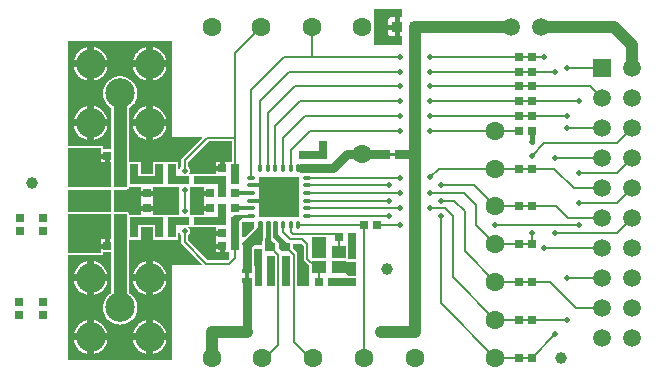
<source format=gtl>
%FSAX43Y43*%
%MOMM*%
G71*
G01*
G75*
G04 Layer_Physical_Order=1*
G04 Layer_Color=255*
%ADD10R,0.650X0.650*%
%ADD11C,1.000*%
%ADD12R,0.650X0.650*%
%ADD13R,0.900X0.900*%
%ADD14R,1.200X1.000*%
G04:AMPARAMS|DCode=15|XSize=3.4mm|YSize=3.4mm|CornerRadius=0.085mm|HoleSize=0mm|Usage=FLASHONLY|Rotation=90.000|XOffset=0mm|YOffset=0mm|HoleType=Round|Shape=RoundedRectangle|*
%AMROUNDEDRECTD15*
21,1,3.400,3.230,0,0,90.0*
21,1,3.230,3.400,0,0,90.0*
1,1,0.170,1.615,1.615*
1,1,0.170,1.615,-1.615*
1,1,0.170,-1.615,-1.615*
1,1,0.170,-1.615,1.615*
%
%ADD15ROUNDEDRECTD15*%
%ADD16O,0.800X0.350*%
%ADD17O,0.350X0.800*%
%ADD18C,0.200*%
%ADD19C,0.400*%
%ADD20C,0.254*%
%ADD21C,0.800*%
%ADD22C,1.000*%
%ADD23C,0.350*%
%ADD24C,0.650*%
%ADD25C,0.500*%
%ADD26C,1.100*%
%ADD27C,1.600*%
%ADD28C,1.500*%
%ADD29C,2.500*%
%ADD30R,1.500X1.500*%
%ADD31C,0.500*%
G36*
X0073370Y0089440D02*
Y0088230D01*
X0071680D01*
Y0088370D01*
Y0088400D01*
X0073000Y0089720D01*
X0073370D01*
Y0089440D01*
D02*
G37*
G36*
X0063600Y0089754D02*
X0064124D01*
Y0089220D01*
X0064125Y0089205D01*
Y0088695D01*
X0064635D01*
X0064650Y0088694D01*
X0064665Y0088695D01*
X0065175D01*
Y0088695D01*
X0065175D01*
X0065175Y0088695D01*
X0065225D01*
Y0088695D01*
X0065735D01*
X0065750Y0088694D01*
X0065765Y0088695D01*
X0066275D01*
Y0089205D01*
X0066276Y0089220D01*
Y0089237D01*
X0066374Y0089254D01*
X0066383Y0089227D01*
X0066409Y0089175D01*
X0066442Y0089125D01*
X0066481Y0089081D01*
X0066499Y0089065D01*
Y0088510D01*
X0066503Y0088463D01*
X0066505Y0088452D01*
X0066514Y0088417D01*
X0066524Y0088391D01*
X0066532Y0088373D01*
X0066557Y0088333D01*
X0066587Y0088297D01*
X0068245Y0086639D01*
X0068207Y0086547D01*
X0065770D01*
Y0078520D01*
X0056910D01*
Y0087380D01*
X0059890D01*
Y0087640D01*
X0060589D01*
Y0087380D01*
Y0084190D01*
X0060556Y0084171D01*
X0060470Y0084112D01*
X0060390Y0084047D01*
X0060314Y0083976D01*
X0060243Y0083900D01*
X0060178Y0083820D01*
X0060119Y0083734D01*
X0060067Y0083645D01*
X0060020Y0083553D01*
X0059981Y0083457D01*
X0059948Y0083359D01*
X0059922Y0083258D01*
X0059904Y0083156D01*
X0059893Y0083054D01*
X0059889Y0082950D01*
X0059893Y0082846D01*
X0059904Y0082744D01*
X0059922Y0082642D01*
X0059948Y0082541D01*
X0059981Y0082443D01*
X0060020Y0082347D01*
X0060067Y0082255D01*
X0060119Y0082166D01*
X0060178Y0082080D01*
X0060243Y0082000D01*
X0060314Y0081924D01*
X0060390Y0081853D01*
X0060470Y0081788D01*
X0060556Y0081729D01*
X0060645Y0081677D01*
X0060737Y0081630D01*
X0060833Y0081591D01*
X0060931Y0081558D01*
X0061032Y0081532D01*
X0061134Y0081514D01*
X0061236Y0081503D01*
X0061340Y0081499D01*
X0061444Y0081503D01*
X0061546Y0081514D01*
X0061648Y0081532D01*
X0061749Y0081558D01*
X0061847Y0081591D01*
X0061943Y0081630D01*
X0062035Y0081677D01*
X0062124Y0081729D01*
X0062209Y0081788D01*
X0062290Y0081853D01*
X0062366Y0081924D01*
X0062437Y0082000D01*
X0062502Y0082080D01*
X0062561Y0082166D01*
X0062613Y0082255D01*
X0062660Y0082347D01*
X0062699Y0082443D01*
X0062732Y0082541D01*
X0062758Y0082642D01*
X0062776Y0082744D01*
X0062787Y0082846D01*
X0062791Y0082950D01*
X0062787Y0083054D01*
X0062776Y0083156D01*
X0062758Y0083258D01*
X0062732Y0083359D01*
X0062699Y0083457D01*
X0062660Y0083553D01*
X0062613Y0083645D01*
X0062561Y0083734D01*
X0062502Y0083820D01*
X0062437Y0083900D01*
X0062366Y0083976D01*
X0062290Y0084047D01*
X0062209Y0084112D01*
X0062124Y0084171D01*
X0062091Y0084190D01*
Y0086547D01*
Y0087849D01*
X0062091Y0087850D01*
Y0088689D01*
Y0088695D01*
X0062535D01*
X0062550Y0088694D01*
X0062565Y0088695D01*
X0063075D01*
Y0089205D01*
X0063076Y0089220D01*
Y0089754D01*
X0063600D01*
X0063600Y0089754D01*
D02*
G37*
G36*
X0072670Y0089674D02*
X0071886Y0088890D01*
X0071680D01*
Y0090190D01*
X0072670D01*
Y0089674D01*
D02*
G37*
G36*
X0074020Y0088770D02*
X0074430Y0088360D01*
Y0087700D01*
X0073630D01*
Y0088370D01*
Y0088806D01*
X0073640Y0088810D01*
X0073640D01*
Y0088810D01*
X0074020D01*
Y0088770D01*
D02*
G37*
G36*
X0075430Y0088410D02*
X0075480Y0088360D01*
X0075659D01*
X0075730Y0088289D01*
X0075730Y0087700D01*
X0075070D01*
X0075070Y0087700D01*
X0074790Y0087980D01*
Y0088360D01*
X0074810D01*
X0074625Y0088545D01*
Y0088555D01*
X0074615D01*
X0074300Y0088870D01*
Y0089170D01*
X0074670D01*
X0075430Y0088410D01*
D02*
G37*
G36*
X0061889Y0090848D02*
X0061890Y0090839D01*
X0061890Y0090839D01*
X0061890D01*
Y0090805D01*
Y0088695D01*
Y0087850D01*
X0060790D01*
Y0090849D01*
X0061880D01*
X0061889Y0090848D01*
D02*
G37*
G36*
X0060590Y0091050D02*
X0056910D01*
Y0092930D01*
X0060590D01*
Y0091050D01*
D02*
G37*
G36*
X0059700Y0095280D02*
X0060589D01*
Y0093130D01*
X0060589Y0093130D01*
X0056910D01*
Y0095680D01*
Y0096450D01*
X0059700D01*
Y0095280D01*
D02*
G37*
G36*
X0061890Y0095299D02*
Y0095089D01*
Y0093131D01*
Y0093130D01*
X0060790D01*
X0060790Y0093130D01*
Y0096180D01*
X0061890D01*
Y0095299D01*
D02*
G37*
G36*
X0067910Y0089754D02*
X0069480D01*
Y0087630D01*
X0070584D01*
Y0087170D01*
X0070587Y0087111D01*
X0070593Y0087079D01*
X0070475Y0086961D01*
X0068775D01*
X0067101Y0088635D01*
Y0089065D01*
X0067119Y0089081D01*
X0067158Y0089125D01*
X0067191Y0089175D01*
X0067217Y0089227D01*
X0067236Y0089283D01*
X0067247Y0089341D01*
X0067251Y0089400D01*
X0067247Y0089459D01*
X0067236Y0089517D01*
X0067217Y0089573D01*
X0067191Y0089625D01*
X0067158Y0089675D01*
X0067119Y0089719D01*
X0067132Y0089755D01*
X0067335D01*
Y0089755D01*
X0067335D01*
X0067335Y0089755D01*
X0067385D01*
Y0089755D01*
X0067895D01*
X0067910Y0089754D01*
D02*
G37*
G36*
X0072470Y0090520D02*
X0071680D01*
X0071610Y0090450D01*
X0071420Y0090260D01*
X0070790D01*
Y0090600D01*
Y0090610D01*
X0070880Y0090700D01*
X0070990Y0090810D01*
X0072470D01*
Y0090520D01*
D02*
G37*
G36*
X0062550Y0093174D02*
X0063070D01*
Y0090806D01*
X0062550D01*
X0062535Y0090805D01*
X0062091D01*
Y0090849D01*
X0062087Y0090888D01*
X0062076Y0090926D01*
X0062057Y0090961D01*
X0062032Y0090991D01*
X0062002Y0091016D01*
X0061967Y0091035D01*
X0061929Y0091046D01*
X0061890Y0091050D01*
X0060790D01*
Y0092929D01*
X0060790Y0092929D01*
X0061890D01*
X0061929Y0092933D01*
X0061967Y0092944D01*
X0062002Y0092963D01*
X0062032Y0092988D01*
X0062057Y0093018D01*
X0062076Y0093053D01*
X0062087Y0093091D01*
X0062091Y0093130D01*
Y0093131D01*
Y0093175D01*
X0062535D01*
X0062550Y0093174D01*
D02*
G37*
G36*
X0075730Y0084760D02*
X0075070D01*
Y0087260D01*
X0075730D01*
Y0084760D01*
D02*
G37*
G36*
X0076879Y0088151D02*
Y0087060D01*
X0076880Y0087048D01*
Y0087010D01*
X0076885Y0087005D01*
X0076885Y0087002D01*
X0076894Y0086967D01*
X0076904Y0086941D01*
X0076912Y0086923D01*
X0076937Y0086883D01*
X0076967Y0086847D01*
X0077340Y0086474D01*
Y0086210D01*
Y0084760D01*
X0076351D01*
Y0087380D01*
X0076350Y0087392D01*
Y0087590D01*
X0075950Y0087990D01*
Y0088350D01*
X0076680D01*
X0076879Y0088151D01*
D02*
G37*
G36*
X0072480Y0085050D02*
X0071680D01*
Y0085410D01*
X0072480D01*
Y0085050D01*
D02*
G37*
G36*
X0081320Y0084750D02*
X0078920D01*
Y0085410D01*
X0081320D01*
Y0084750D01*
D02*
G37*
G36*
X0073380Y0084760D02*
X0072720D01*
Y0087860D01*
X0073380D01*
Y0084760D01*
D02*
G37*
G36*
X0074430D02*
X0073770D01*
Y0087260D01*
X0074430D01*
Y0084760D01*
D02*
G37*
G36*
X0081280Y0087180D02*
Y0087080D01*
X0080670D01*
Y0087750D01*
Y0088280D01*
Y0088390D01*
Y0088500D01*
X0080620Y0088550D01*
Y0089210D01*
X0081280D01*
Y0087180D01*
D02*
G37*
G36*
X0078750Y0087130D02*
X0077550D01*
Y0088869D01*
X0078750D01*
Y0087130D01*
D02*
G37*
G36*
X0060589Y0090849D02*
Y0088700D01*
X0059700D01*
Y0087570D01*
X0056921D01*
X0056910Y0087580D01*
Y0090850D01*
X0060588D01*
X0060589Y0090849D01*
D02*
G37*
G36*
X0072230Y0085420D02*
X0071930D01*
Y0085830D01*
X0072230D01*
Y0085420D01*
D02*
G37*
G36*
X0081280Y0085610D02*
X0080670D01*
X0080450Y0085830D01*
X0079250D01*
Y0086830D01*
X0081280D01*
Y0085610D01*
D02*
G37*
G36*
X0072480Y0085850D02*
X0071680D01*
Y0086210D01*
X0072480D01*
Y0085850D01*
D02*
G37*
G36*
X0065750Y0093174D02*
X0066330D01*
Y0090806D01*
X0065750D01*
X0065735Y0090805D01*
X0065225D01*
X0065225Y0090805D01*
X0065175D01*
Y0090805D01*
X0064665D01*
X0064650Y0090806D01*
X0064130D01*
Y0093174D01*
X0064650D01*
X0064665Y0093175D01*
X0065175D01*
Y0093175D01*
X0065175D01*
X0065175Y0093175D01*
X0065225D01*
Y0093175D01*
X0065735D01*
X0065750Y0093174D01*
D02*
G37*
G36*
X0084990Y0095500D02*
X0084620D01*
Y0096300D01*
X0084990D01*
Y0095500D01*
D02*
G37*
G36*
X0084180D02*
X0083820D01*
Y0096300D01*
X0084180D01*
Y0095500D01*
D02*
G37*
G36*
X0085230Y0107500D02*
X0084200D01*
Y0107500D01*
X0084000Y0107300D01*
Y0106100D01*
X0084200Y0105900D01*
X0085230D01*
Y0105200D01*
X0082860D01*
Y0108200D01*
X0085230D01*
Y0107500D01*
D02*
G37*
G36*
X0084600Y0095750D02*
X0084200D01*
Y0096050D01*
X0084600D01*
Y0095750D01*
D02*
G37*
G36*
X0070800Y0096956D02*
Y0095290D01*
X0069480D01*
Y0094226D01*
X0068960D01*
X0068960Y0094226D01*
X0067910D01*
X0067895Y0094225D01*
X0067385D01*
X0067385Y0094225D01*
X0067335D01*
Y0094225D01*
X0067295D01*
X0067220Y0094275D01*
X0067198Y0094310D01*
X0067217Y0094347D01*
X0067236Y0094403D01*
X0067247Y0094461D01*
X0067251Y0094520D01*
X0067247Y0094579D01*
X0067236Y0094637D01*
X0067217Y0094693D01*
X0067191Y0094745D01*
X0067158Y0094795D01*
X0067119Y0094839D01*
X0067101Y0094855D01*
Y0095285D01*
X0068845Y0097029D01*
X0070799D01*
X0070800Y0096956D01*
D02*
G37*
G36*
X0067910Y0093174D02*
X0068430D01*
Y0090806D01*
X0067910D01*
X0067895Y0090805D01*
X0067385D01*
Y0090805D01*
Y0090805D01*
X0067335D01*
X0067294Y0090846D01*
Y0093175D01*
X0067294Y0093175D01*
X0067385Y0093175D01*
X0067385D01*
Y0093175D01*
X0067895D01*
X0067910Y0093174D01*
D02*
G37*
G36*
X0078860Y0095490D02*
X0076520D01*
Y0096150D01*
X0078200D01*
Y0097060D01*
X0078860D01*
Y0095490D01*
D02*
G37*
G36*
X0065770Y0097418D02*
X0068252D01*
X0068291Y0097326D01*
X0066587Y0095623D01*
X0066557Y0095587D01*
X0066532Y0095547D01*
X0066524Y0095529D01*
X0066514Y0095503D01*
X0066505Y0095468D01*
X0066503Y0095457D01*
X0066499Y0095410D01*
Y0094855D01*
X0066481Y0094839D01*
X0066442Y0094795D01*
X0066409Y0094745D01*
X0066383Y0094693D01*
X0066374Y0094666D01*
X0066276Y0094683D01*
Y0094760D01*
X0066275Y0094775D01*
Y0095285D01*
X0065765D01*
X0065750Y0095286D01*
X0065735Y0095285D01*
X0065225D01*
X0065225Y0095285D01*
X0065175D01*
Y0095285D01*
X0064665D01*
X0064650Y0095286D01*
X0064635Y0095285D01*
X0064125D01*
Y0094775D01*
X0064124Y0094760D01*
Y0094226D01*
X0063076D01*
X0063076Y0094760D01*
X0063075Y0094775D01*
Y0095285D01*
X0062565D01*
X0062550Y0095286D01*
X0062535Y0095285D01*
X0062091D01*
Y0095299D01*
Y0096180D01*
X0062091Y0096181D01*
Y0096650D01*
Y0099840D01*
X0062124Y0099859D01*
X0062209Y0099918D01*
X0062290Y0099983D01*
X0062366Y0100054D01*
X0062437Y0100130D01*
X0062502Y0100211D01*
X0062561Y0100296D01*
X0062613Y0100385D01*
X0062660Y0100477D01*
X0062699Y0100573D01*
X0062732Y0100671D01*
X0062758Y0100772D01*
X0062776Y0100874D01*
X0062787Y0100976D01*
X0062791Y0101080D01*
X0062787Y0101184D01*
X0062776Y0101286D01*
X0062758Y0101388D01*
X0062732Y0101489D01*
X0062699Y0101587D01*
X0062660Y0101683D01*
X0062613Y0101775D01*
X0062561Y0101864D01*
X0062502Y0101950D01*
X0062437Y0102030D01*
X0062366Y0102106D01*
X0062290Y0102177D01*
X0062209Y0102242D01*
X0062124Y0102301D01*
X0062035Y0102353D01*
X0061943Y0102400D01*
X0061847Y0102439D01*
X0061749Y0102472D01*
X0061648Y0102498D01*
X0061546Y0102516D01*
X0061444Y0102527D01*
X0061340Y0102531D01*
X0061236Y0102527D01*
X0061134Y0102516D01*
X0061032Y0102498D01*
X0060931Y0102472D01*
X0060833Y0102439D01*
X0060737Y0102400D01*
X0060645Y0102353D01*
X0060556Y0102301D01*
X0060470Y0102242D01*
X0060390Y0102177D01*
X0060314Y0102106D01*
X0060243Y0102030D01*
X0060178Y0101950D01*
X0060119Y0101864D01*
X0060067Y0101775D01*
X0060020Y0101683D01*
X0059981Y0101587D01*
X0059948Y0101489D01*
X0059922Y0101388D01*
X0059904Y0101286D01*
X0059893Y0101184D01*
X0059889Y0101080D01*
X0059893Y0100976D01*
X0059904Y0100874D01*
X0059922Y0100772D01*
X0059948Y0100671D01*
X0059981Y0100573D01*
X0060020Y0100477D01*
X0060067Y0100385D01*
X0060119Y0100296D01*
X0060178Y0100211D01*
X0060243Y0100130D01*
X0060314Y0100054D01*
X0060390Y0099983D01*
X0060470Y0099918D01*
X0060556Y0099859D01*
X0060589Y0099840D01*
Y0096650D01*
Y0096340D01*
X0059910D01*
Y0096650D01*
X0056910D01*
Y0105510D01*
X0065770D01*
Y0097418D01*
D02*
G37*
%LPC*%
G36*
X0063540Y0085150D02*
X0062421D01*
X0062422Y0085142D01*
X0062448Y0085041D01*
X0062481Y0084943D01*
X0062520Y0084847D01*
X0062567Y0084755D01*
X0062619Y0084666D01*
X0062678Y0084580D01*
X0062743Y0084500D01*
X0062814Y0084424D01*
X0062890Y0084353D01*
X0062970Y0084288D01*
X0063056Y0084229D01*
X0063145Y0084177D01*
X0063237Y0084130D01*
X0063333Y0084091D01*
X0063431Y0084058D01*
X0063532Y0084032D01*
X0063540Y0084031D01*
Y0085150D01*
D02*
G37*
G36*
X0058540D02*
X0057421D01*
X0057422Y0085142D01*
X0057448Y0085041D01*
X0057481Y0084943D01*
X0057520Y0084847D01*
X0057567Y0084755D01*
X0057619Y0084666D01*
X0057678Y0084580D01*
X0057743Y0084500D01*
X0057814Y0084424D01*
X0057890Y0084353D01*
X0057970Y0084288D01*
X0058056Y0084229D01*
X0058145Y0084177D01*
X0058237Y0084130D01*
X0058333Y0084091D01*
X0058431Y0084058D01*
X0058532Y0084032D01*
X0058540Y0084031D01*
Y0085150D01*
D02*
G37*
G36*
X0060259D02*
X0059140D01*
Y0084031D01*
X0059148Y0084032D01*
X0059249Y0084058D01*
X0059347Y0084091D01*
X0059443Y0084130D01*
X0059535Y0084177D01*
X0059624Y0084229D01*
X0059709Y0084288D01*
X0059790Y0084353D01*
X0059866Y0084424D01*
X0059937Y0084500D01*
X0060002Y0084580D01*
X0060061Y0084666D01*
X0060113Y0084755D01*
X0060160Y0084847D01*
X0060199Y0084943D01*
X0060232Y0085041D01*
X0060258Y0085142D01*
X0060259Y0085150D01*
D02*
G37*
G36*
X0065259D02*
X0064140D01*
Y0084031D01*
X0064148Y0084032D01*
X0064249Y0084058D01*
X0064347Y0084091D01*
X0064443Y0084130D01*
X0064535Y0084177D01*
X0064624Y0084229D01*
X0064710Y0084288D01*
X0064790Y0084353D01*
X0064866Y0084424D01*
X0064937Y0084500D01*
X0065002Y0084580D01*
X0065061Y0084666D01*
X0065113Y0084755D01*
X0065160Y0084847D01*
X0065199Y0084943D01*
X0065232Y0085041D01*
X0065258Y0085142D01*
X0065259Y0085150D01*
D02*
G37*
G36*
X0059140Y0104999D02*
Y0103880D01*
X0060259D01*
X0060258Y0103888D01*
X0060232Y0103989D01*
X0060199Y0104087D01*
X0060160Y0104183D01*
X0060113Y0104275D01*
X0060061Y0104364D01*
X0060002Y0104450D01*
X0059937Y0104530D01*
X0059866Y0104606D01*
X0059790Y0104677D01*
X0059709Y0104742D01*
X0059624Y0104801D01*
X0059535Y0104853D01*
X0059443Y0104900D01*
X0059347Y0104939D01*
X0059249Y0104972D01*
X0059148Y0104998D01*
X0059140Y0104999D01*
D02*
G37*
G36*
X0063540D02*
X0063532Y0104998D01*
X0063431Y0104972D01*
X0063333Y0104939D01*
X0063237Y0104900D01*
X0063145Y0104853D01*
X0063056Y0104801D01*
X0062970Y0104742D01*
X0062890Y0104677D01*
X0062814Y0104606D01*
X0062743Y0104530D01*
X0062678Y0104450D01*
X0062619Y0104364D01*
X0062567Y0104275D01*
X0062520Y0104183D01*
X0062481Y0104087D01*
X0062448Y0103989D01*
X0062422Y0103888D01*
X0062421Y0103880D01*
X0063540D01*
Y0104999D01*
D02*
G37*
G36*
X0064140D02*
Y0103880D01*
X0065259D01*
X0065258Y0103888D01*
X0065232Y0103989D01*
X0065199Y0104087D01*
X0065160Y0104183D01*
X0065113Y0104275D01*
X0065061Y0104364D01*
X0065002Y0104450D01*
X0064937Y0104530D01*
X0064866Y0104606D01*
X0064790Y0104677D01*
X0064710Y0104742D01*
X0064624Y0104801D01*
X0064535Y0104853D01*
X0064443Y0104900D01*
X0064347Y0104939D01*
X0064249Y0104972D01*
X0064148Y0104998D01*
X0064140Y0104999D01*
D02*
G37*
G36*
X0063540Y0080150D02*
X0062421D01*
X0062422Y0080142D01*
X0062448Y0080041D01*
X0062481Y0079943D01*
X0062520Y0079847D01*
X0062567Y0079755D01*
X0062619Y0079666D01*
X0062678Y0079580D01*
X0062743Y0079500D01*
X0062814Y0079424D01*
X0062890Y0079353D01*
X0062970Y0079288D01*
X0063056Y0079229D01*
X0063145Y0079177D01*
X0063237Y0079130D01*
X0063333Y0079091D01*
X0063431Y0079058D01*
X0063532Y0079032D01*
X0063540Y0079031D01*
Y0080150D01*
D02*
G37*
G36*
X0065259D02*
X0064140D01*
Y0079031D01*
X0064148Y0079032D01*
X0064249Y0079058D01*
X0064347Y0079091D01*
X0064443Y0079130D01*
X0064535Y0079177D01*
X0064624Y0079229D01*
X0064710Y0079288D01*
X0064790Y0079353D01*
X0064866Y0079424D01*
X0064937Y0079500D01*
X0065002Y0079580D01*
X0065061Y0079666D01*
X0065113Y0079755D01*
X0065160Y0079847D01*
X0065199Y0079943D01*
X0065232Y0080041D01*
X0065258Y0080142D01*
X0065259Y0080150D01*
D02*
G37*
G36*
X0058540D02*
X0057421D01*
X0057422Y0080142D01*
X0057448Y0080041D01*
X0057481Y0079943D01*
X0057520Y0079847D01*
X0057567Y0079755D01*
X0057619Y0079666D01*
X0057678Y0079580D01*
X0057743Y0079500D01*
X0057814Y0079424D01*
X0057890Y0079353D01*
X0057970Y0079288D01*
X0058056Y0079229D01*
X0058145Y0079177D01*
X0058237Y0079130D01*
X0058333Y0079091D01*
X0058431Y0079058D01*
X0058532Y0079032D01*
X0058540Y0079031D01*
Y0080150D01*
D02*
G37*
G36*
X0060259D02*
X0059140D01*
Y0079031D01*
X0059148Y0079032D01*
X0059249Y0079058D01*
X0059347Y0079091D01*
X0059443Y0079130D01*
X0059535Y0079177D01*
X0059624Y0079229D01*
X0059709Y0079288D01*
X0059790Y0079353D01*
X0059866Y0079424D01*
X0059937Y0079500D01*
X0060002Y0079580D01*
X0060061Y0079666D01*
X0060113Y0079755D01*
X0060160Y0079847D01*
X0060199Y0079943D01*
X0060232Y0080041D01*
X0060258Y0080142D01*
X0060259Y0080150D01*
D02*
G37*
G36*
X0063540Y0081869D02*
X0063532Y0081868D01*
X0063431Y0081842D01*
X0063333Y0081809D01*
X0063237Y0081770D01*
X0063145Y0081723D01*
X0063056Y0081671D01*
X0062970Y0081612D01*
X0062890Y0081547D01*
X0062814Y0081476D01*
X0062743Y0081400D01*
X0062678Y0081320D01*
X0062619Y0081234D01*
X0062567Y0081145D01*
X0062520Y0081053D01*
X0062481Y0080957D01*
X0062448Y0080859D01*
X0062422Y0080758D01*
X0062421Y0080750D01*
X0063540D01*
Y0081869D01*
D02*
G37*
G36*
X0064140D02*
Y0080750D01*
X0065259D01*
X0065258Y0080758D01*
X0065232Y0080859D01*
X0065199Y0080957D01*
X0065160Y0081053D01*
X0065113Y0081145D01*
X0065061Y0081234D01*
X0065002Y0081320D01*
X0064937Y0081400D01*
X0064866Y0081476D01*
X0064790Y0081547D01*
X0064710Y0081612D01*
X0064624Y0081671D01*
X0064535Y0081723D01*
X0064443Y0081770D01*
X0064347Y0081809D01*
X0064249Y0081842D01*
X0064148Y0081868D01*
X0064140Y0081869D01*
D02*
G37*
G36*
X0058540D02*
X0058532Y0081868D01*
X0058431Y0081842D01*
X0058333Y0081809D01*
X0058237Y0081770D01*
X0058145Y0081723D01*
X0058056Y0081671D01*
X0057970Y0081612D01*
X0057890Y0081547D01*
X0057814Y0081476D01*
X0057743Y0081400D01*
X0057678Y0081320D01*
X0057619Y0081234D01*
X0057567Y0081145D01*
X0057520Y0081053D01*
X0057481Y0080957D01*
X0057448Y0080859D01*
X0057422Y0080758D01*
X0057421Y0080750D01*
X0058540D01*
Y0081869D01*
D02*
G37*
G36*
X0059140D02*
Y0080750D01*
X0060259D01*
X0060258Y0080758D01*
X0060232Y0080859D01*
X0060199Y0080957D01*
X0060160Y0081053D01*
X0060113Y0081145D01*
X0060061Y0081234D01*
X0060002Y0081320D01*
X0059937Y0081400D01*
X0059866Y0081476D01*
X0059790Y0081547D01*
X0059709Y0081612D01*
X0059624Y0081671D01*
X0059535Y0081723D01*
X0059443Y0081770D01*
X0059347Y0081809D01*
X0059249Y0081842D01*
X0059148Y0081868D01*
X0059140Y0081869D01*
D02*
G37*
G36*
X0058540Y0104999D02*
X0058532Y0104998D01*
X0058431Y0104972D01*
X0058333Y0104939D01*
X0058237Y0104900D01*
X0058145Y0104853D01*
X0058056Y0104801D01*
X0057970Y0104742D01*
X0057890Y0104677D01*
X0057814Y0104606D01*
X0057743Y0104530D01*
X0057678Y0104450D01*
X0057619Y0104364D01*
X0057567Y0104275D01*
X0057520Y0104183D01*
X0057481Y0104087D01*
X0057448Y0103989D01*
X0057422Y0103888D01*
X0057421Y0103880D01*
X0058540D01*
Y0104999D01*
D02*
G37*
G36*
X0059140Y0099999D02*
Y0098880D01*
X0060259D01*
X0060258Y0098888D01*
X0060232Y0098989D01*
X0060199Y0099087D01*
X0060160Y0099183D01*
X0060113Y0099275D01*
X0060061Y0099364D01*
X0060002Y0099450D01*
X0059937Y0099530D01*
X0059866Y0099606D01*
X0059790Y0099677D01*
X0059709Y0099742D01*
X0059624Y0099801D01*
X0059535Y0099853D01*
X0059443Y0099900D01*
X0059347Y0099939D01*
X0059249Y0099972D01*
X0059148Y0099998D01*
X0059140Y0099999D01*
D02*
G37*
G36*
X0058540D02*
X0058532Y0099998D01*
X0058431Y0099972D01*
X0058333Y0099939D01*
X0058237Y0099900D01*
X0058145Y0099853D01*
X0058056Y0099801D01*
X0057970Y0099742D01*
X0057890Y0099677D01*
X0057814Y0099606D01*
X0057743Y0099530D01*
X0057678Y0099450D01*
X0057619Y0099364D01*
X0057567Y0099275D01*
X0057520Y0099183D01*
X0057481Y0099087D01*
X0057448Y0098989D01*
X0057422Y0098888D01*
X0057421Y0098880D01*
X0058540D01*
Y0099999D01*
D02*
G37*
G36*
X0064140D02*
Y0098880D01*
X0065259D01*
X0065258Y0098888D01*
X0065232Y0098989D01*
X0065199Y0099087D01*
X0065160Y0099183D01*
X0065113Y0099275D01*
X0065061Y0099364D01*
X0065002Y0099450D01*
X0064937Y0099530D01*
X0064866Y0099606D01*
X0064790Y0099677D01*
X0064710Y0099742D01*
X0064624Y0099801D01*
X0064535Y0099853D01*
X0064443Y0099900D01*
X0064347Y0099939D01*
X0064249Y0099972D01*
X0064148Y0099998D01*
X0064140Y0099999D01*
D02*
G37*
G36*
X0063540D02*
X0063532Y0099998D01*
X0063431Y0099972D01*
X0063333Y0099939D01*
X0063237Y0099900D01*
X0063145Y0099853D01*
X0063056Y0099801D01*
X0062970Y0099742D01*
X0062890Y0099677D01*
X0062814Y0099606D01*
X0062743Y0099530D01*
X0062678Y0099450D01*
X0062619Y0099364D01*
X0062567Y0099275D01*
X0062520Y0099183D01*
X0062481Y0099087D01*
X0062448Y0098989D01*
X0062422Y0098888D01*
X0062421Y0098880D01*
X0063540D01*
Y0099999D01*
D02*
G37*
G36*
X0060259Y0098280D02*
X0059140D01*
Y0097161D01*
X0059148Y0097162D01*
X0059249Y0097188D01*
X0059347Y0097221D01*
X0059443Y0097260D01*
X0059535Y0097307D01*
X0059624Y0097359D01*
X0059709Y0097418D01*
X0059790Y0097483D01*
X0059866Y0097554D01*
X0059937Y0097630D01*
X0060002Y0097711D01*
X0060061Y0097796D01*
X0060113Y0097885D01*
X0060160Y0097977D01*
X0060199Y0098073D01*
X0060232Y0098171D01*
X0060258Y0098272D01*
X0060259Y0098280D01*
D02*
G37*
G36*
X0058540D02*
X0057421D01*
X0057422Y0098272D01*
X0057448Y0098171D01*
X0057481Y0098073D01*
X0057520Y0097977D01*
X0057567Y0097885D01*
X0057619Y0097796D01*
X0057678Y0097711D01*
X0057743Y0097630D01*
X0057814Y0097554D01*
X0057890Y0097483D01*
X0057970Y0097418D01*
X0058056Y0097359D01*
X0058145Y0097307D01*
X0058237Y0097260D01*
X0058333Y0097221D01*
X0058431Y0097188D01*
X0058532Y0097162D01*
X0058540Y0097161D01*
Y0098280D01*
D02*
G37*
G36*
X0065259D02*
X0064140D01*
Y0097161D01*
X0064148Y0097162D01*
X0064249Y0097188D01*
X0064347Y0097221D01*
X0064443Y0097260D01*
X0064535Y0097307D01*
X0064624Y0097359D01*
X0064710Y0097418D01*
X0064790Y0097483D01*
X0064866Y0097554D01*
X0064937Y0097630D01*
X0065002Y0097711D01*
X0065061Y0097796D01*
X0065113Y0097885D01*
X0065160Y0097977D01*
X0065199Y0098073D01*
X0065232Y0098171D01*
X0065258Y0098272D01*
X0065259Y0098280D01*
D02*
G37*
G36*
X0063540D02*
X0062421D01*
X0062422Y0098272D01*
X0062448Y0098171D01*
X0062481Y0098073D01*
X0062520Y0097977D01*
X0062567Y0097885D01*
X0062619Y0097796D01*
X0062678Y0097711D01*
X0062743Y0097630D01*
X0062814Y0097554D01*
X0062890Y0097483D01*
X0062970Y0097418D01*
X0063056Y0097359D01*
X0063145Y0097307D01*
X0063237Y0097260D01*
X0063333Y0097221D01*
X0063431Y0097188D01*
X0063532Y0097162D01*
X0063540Y0097161D01*
Y0098280D01*
D02*
G37*
G36*
X0060259Y0103280D02*
X0059140D01*
Y0102161D01*
X0059148Y0102162D01*
X0059249Y0102188D01*
X0059347Y0102221D01*
X0059443Y0102260D01*
X0059535Y0102307D01*
X0059624Y0102359D01*
X0059709Y0102418D01*
X0059790Y0102483D01*
X0059866Y0102554D01*
X0059937Y0102630D01*
X0060002Y0102711D01*
X0060061Y0102796D01*
X0060113Y0102885D01*
X0060160Y0102977D01*
X0060199Y0103073D01*
X0060232Y0103171D01*
X0060258Y0103272D01*
X0060259Y0103280D01*
D02*
G37*
G36*
X0058540Y0086869D02*
X0058532Y0086868D01*
X0058431Y0086842D01*
X0058333Y0086809D01*
X0058237Y0086770D01*
X0058145Y0086723D01*
X0058056Y0086671D01*
X0057970Y0086612D01*
X0057890Y0086547D01*
X0057814Y0086476D01*
X0057743Y0086400D01*
X0057678Y0086320D01*
X0057619Y0086234D01*
X0057567Y0086145D01*
X0057520Y0086053D01*
X0057481Y0085957D01*
X0057448Y0085859D01*
X0057422Y0085758D01*
X0057421Y0085750D01*
X0058540D01*
Y0086869D01*
D02*
G37*
G36*
X0065259Y0103280D02*
X0064140D01*
Y0102161D01*
X0064148Y0102162D01*
X0064249Y0102188D01*
X0064347Y0102221D01*
X0064443Y0102260D01*
X0064535Y0102307D01*
X0064624Y0102359D01*
X0064710Y0102418D01*
X0064790Y0102483D01*
X0064866Y0102554D01*
X0064937Y0102630D01*
X0065002Y0102711D01*
X0065061Y0102796D01*
X0065113Y0102885D01*
X0065160Y0102977D01*
X0065199Y0103073D01*
X0065232Y0103171D01*
X0065258Y0103272D01*
X0065259Y0103280D01*
D02*
G37*
G36*
X0063540D02*
X0062421D01*
X0062422Y0103272D01*
X0062448Y0103171D01*
X0062481Y0103073D01*
X0062520Y0102977D01*
X0062567Y0102885D01*
X0062619Y0102796D01*
X0062678Y0102711D01*
X0062743Y0102630D01*
X0062814Y0102554D01*
X0062890Y0102483D01*
X0062970Y0102418D01*
X0063056Y0102359D01*
X0063145Y0102307D01*
X0063237Y0102260D01*
X0063333Y0102221D01*
X0063431Y0102188D01*
X0063532Y0102162D01*
X0063540Y0102161D01*
Y0103280D01*
D02*
G37*
G36*
X0064140Y0086869D02*
Y0085750D01*
X0065259D01*
X0065258Y0085758D01*
X0065232Y0085859D01*
X0065199Y0085957D01*
X0065160Y0086053D01*
X0065113Y0086145D01*
X0065061Y0086234D01*
X0065002Y0086320D01*
X0064937Y0086400D01*
X0064866Y0086476D01*
X0064790Y0086547D01*
X0064710Y0086612D01*
X0064624Y0086671D01*
X0064535Y0086723D01*
X0064443Y0086770D01*
X0064347Y0086809D01*
X0064249Y0086842D01*
X0064148Y0086868D01*
X0064140Y0086869D01*
D02*
G37*
G36*
X0058540Y0103280D02*
X0057421D01*
X0057422Y0103272D01*
X0057448Y0103171D01*
X0057481Y0103073D01*
X0057520Y0102977D01*
X0057567Y0102885D01*
X0057619Y0102796D01*
X0057678Y0102711D01*
X0057743Y0102630D01*
X0057814Y0102554D01*
X0057890Y0102483D01*
X0057970Y0102418D01*
X0058056Y0102359D01*
X0058145Y0102307D01*
X0058237Y0102260D01*
X0058333Y0102221D01*
X0058431Y0102188D01*
X0058532Y0102162D01*
X0058540Y0102161D01*
Y0103280D01*
D02*
G37*
G36*
X0059140Y0086869D02*
Y0085750D01*
X0060259D01*
X0060258Y0085758D01*
X0060232Y0085859D01*
X0060199Y0085957D01*
X0060160Y0086053D01*
X0060113Y0086145D01*
X0060061Y0086234D01*
X0060002Y0086320D01*
X0059937Y0086400D01*
X0059866Y0086476D01*
X0059790Y0086547D01*
X0059709Y0086612D01*
X0059624Y0086671D01*
X0059535Y0086723D01*
X0059443Y0086770D01*
X0059347Y0086809D01*
X0059249Y0086842D01*
X0059148Y0086868D01*
X0059140Y0086869D01*
D02*
G37*
G36*
X0063540D02*
X0063532Y0086868D01*
X0063431Y0086842D01*
X0063333Y0086809D01*
X0063237Y0086770D01*
X0063145Y0086723D01*
X0063056Y0086671D01*
X0062970Y0086612D01*
X0062890Y0086547D01*
X0062814Y0086476D01*
X0062743Y0086400D01*
X0062678Y0086320D01*
X0062619Y0086234D01*
X0062567Y0086145D01*
X0062520Y0086053D01*
X0062481Y0085957D01*
X0062448Y0085859D01*
X0062422Y0085758D01*
X0062421Y0085750D01*
X0063540D01*
Y0086869D01*
D02*
G37*
%LPD*%
D10*
X0072080Y0086180D02*
D03*
Y0085080D02*
D03*
X0073050Y0088630D02*
D03*
Y0087530D02*
D03*
X0052820Y0082290D02*
D03*
Y0083390D02*
D03*
X0054840Y0089420D02*
D03*
Y0090520D02*
D03*
X0063600Y0093700D02*
D03*
Y0092600D02*
D03*
X0068960Y0090280D02*
D03*
Y0091380D02*
D03*
X0063600Y0090280D02*
D03*
Y0091380D02*
D03*
X0078530Y0095820D02*
D03*
Y0094720D02*
D03*
X0068960Y0093700D02*
D03*
Y0092600D02*
D03*
X0074100Y0086930D02*
D03*
Y0088030D02*
D03*
X0075400D02*
D03*
Y0086930D02*
D03*
X0052840Y0090520D02*
D03*
Y0089420D02*
D03*
X0054840Y0082290D02*
D03*
Y0083390D02*
D03*
D11*
X0083900Y0086220D02*
D03*
X0098700Y0078700D02*
D03*
X0053860Y0093450D02*
D03*
D12*
X0079850Y0088880D02*
D03*
X0080950D02*
D03*
X0071110Y0088160D02*
D03*
X0070010D02*
D03*
X0096200Y0078700D02*
D03*
X0095100D02*
D03*
Y0099160D02*
D03*
X0096200D02*
D03*
X0070010Y0094760D02*
D03*
X0071110D02*
D03*
X0061450Y0090280D02*
D03*
X0062550D02*
D03*
X0061450Y0089220D02*
D03*
X0062550D02*
D03*
X0095100Y0097910D02*
D03*
X0096200D02*
D03*
X0095100Y0085100D02*
D03*
Y0088300D02*
D03*
Y0091500D02*
D03*
Y0094700D02*
D03*
X0096200Y0100410D02*
D03*
X0071110Y0091340D02*
D03*
X0070010D02*
D03*
X0071110Y0092640D02*
D03*
X0070010D02*
D03*
Y0089220D02*
D03*
X0071110D02*
D03*
Y0093700D02*
D03*
X0070010D02*
D03*
X0071110Y0090280D02*
D03*
X0070010D02*
D03*
X0064650Y0089220D02*
D03*
X0065750D02*
D03*
X0064650Y0090280D02*
D03*
X0065750D02*
D03*
Y0093700D02*
D03*
X0064650D02*
D03*
X0066810Y0090280D02*
D03*
X0067910D02*
D03*
X0062550Y0093700D02*
D03*
X0061450D02*
D03*
X0095100Y0100410D02*
D03*
X0096200Y0094700D02*
D03*
Y0091500D02*
D03*
Y0088300D02*
D03*
Y0085100D02*
D03*
X0095100Y0102910D02*
D03*
X0096200D02*
D03*
X0095100Y0104160D02*
D03*
X0096200D02*
D03*
X0064650Y0094760D02*
D03*
X0065750D02*
D03*
X0067910Y0093700D02*
D03*
X0066810D02*
D03*
X0083090Y0089920D02*
D03*
X0081990D02*
D03*
X0079250Y0085080D02*
D03*
X0078150D02*
D03*
X0060240Y0095810D02*
D03*
X0061340D02*
D03*
Y0088170D02*
D03*
X0060240D02*
D03*
X0084950Y0095900D02*
D03*
X0083850D02*
D03*
X0061450Y0094760D02*
D03*
X0062550D02*
D03*
X0095100Y0101660D02*
D03*
X0096200D02*
D03*
X0095100Y0081900D02*
D03*
X0096200D02*
D03*
D13*
X0086280Y0106700D02*
D03*
X0084780D02*
D03*
D14*
X0079850Y0086330D02*
D03*
Y0087630D02*
D03*
X0078150Y0086330D02*
D03*
Y0087630D02*
D03*
D15*
X0074800Y0092320D02*
D03*
D16*
X0072400Y0090695D02*
D03*
Y0091345D02*
D03*
Y0091995D02*
D03*
Y0092645D02*
D03*
Y0093295D02*
D03*
Y0093945D02*
D03*
X0077200D02*
D03*
Y0093295D02*
D03*
Y0092645D02*
D03*
Y0091995D02*
D03*
Y0091345D02*
D03*
Y0090695D02*
D03*
D17*
X0073175Y0094720D02*
D03*
X0073825D02*
D03*
X0074475D02*
D03*
X0075125D02*
D03*
X0075775D02*
D03*
X0076425D02*
D03*
Y0089920D02*
D03*
X0075775D02*
D03*
X0075125D02*
D03*
X0074475D02*
D03*
X0073825D02*
D03*
X0073175D02*
D03*
D18*
X0084770Y0106710D02*
X0084780D01*
X0072080Y0085080D02*
Y0086170D01*
X0075150Y0088030D02*
X0075160Y0088020D01*
X0075125Y0089355D02*
X0075730Y0088750D01*
X0075125Y0089355D02*
Y0089920D01*
X0075960Y0089170D02*
X0079560D01*
X0075775Y0089355D02*
X0075960Y0089170D01*
X0075775Y0089355D02*
Y0089920D01*
X0076425D02*
X0081990D01*
X0077200Y0090695D02*
X0084100D01*
X0089500Y0085500D02*
Y0090720D01*
X0077200Y0091345D02*
X0085000D01*
X0088500Y0092000D02*
X0089630D01*
X0077200Y0091995D02*
X0084100D01*
X0091500Y0089900D02*
X0093100Y0088300D01*
X0091500Y0089900D02*
Y0091640D01*
X0090490Y0092650D02*
X0091500Y0091640D01*
X0087600Y0092650D02*
X0090490D01*
X0077200Y0092645D02*
X0085000D01*
X0091300Y0093300D02*
X0093100Y0091500D01*
X0088500Y0093300D02*
X0091300D01*
X0077200Y0093295D02*
X0084100Y0093300D01*
X0088350Y0094700D02*
X0095100D01*
X0084295Y0093945D02*
X0085000Y0093940D01*
X0077200Y0093945D02*
X0084295D01*
X0088500Y0083300D02*
X0093100Y0078700D01*
X0089500Y0085500D02*
X0093100Y0081900D01*
X0090500Y0087700D02*
X0093100Y0085100D01*
X0090500Y0087700D02*
Y0091130D01*
X0093100Y0091500D02*
X0093100Y0091500D01*
X0092500D02*
X0095100D01*
X0092500Y0088300D02*
X0095100D01*
X0093100Y0085100D02*
X0093100Y0085100D01*
X0092500D02*
X0095100D01*
X0092500Y0081900D02*
X0095100D01*
X0092500Y0078700D02*
X0095100D01*
X0104640Y0100660D02*
Y0100660D01*
X0087590Y0101660D02*
X0095110D01*
X0073825Y0099375D02*
X0076110Y0101660D01*
X0085000D01*
X0087600Y0097910D02*
X0095100D01*
X0075775Y0096295D02*
X0077390Y0097910D01*
X0085000D01*
X0072400Y0101380D02*
X0075180Y0104160D01*
X0087600D02*
X0095100D01*
X0087600Y0102920D02*
X0095100Y0102910D01*
X0087600Y0099160D02*
X0095110D01*
X0075125Y0097275D02*
X0077010Y0099160D01*
X0085000D01*
X0074470Y0098310D02*
X0076570Y0100410D01*
X0074470Y0094600D02*
Y0098310D01*
X0076570Y0100410D02*
X0085000D01*
X0087600D02*
X0095100D01*
X0096200Y0085100D02*
X0097740D01*
X0096200Y0081900D02*
X0099200D01*
X0096200Y0099160D02*
X0099200D01*
Y0085420D02*
X0102100D01*
X0096200Y0078700D02*
X0096200D01*
X0100200Y0091770D02*
X0103370D01*
X0096200Y0091500D02*
X0098240D01*
X0099240Y0090500D01*
X0102100D01*
X0097200Y0087960D02*
X0102100D01*
X0099200Y0103200D02*
X0102100D01*
X0095110Y0078700D02*
X0096200D01*
X0097250Y0096850D02*
X0103370D01*
X0096200Y0088300D02*
X0096200D01*
X0098200Y0095580D02*
X0102100D01*
X0099960Y0082880D02*
X0102100D01*
X0097740Y0085100D02*
X0099960Y0082880D01*
X0099730Y0093040D02*
X0102100D01*
X0098070Y0094700D02*
X0099730Y0093040D01*
X0098200Y0089230D02*
X0103370D01*
X0104640Y0090500D01*
X0103370Y0091770D02*
X0104640Y0093040D01*
X0100200Y0094310D02*
X0103370D01*
X0104640Y0095580D01*
X0103370Y0096850D02*
X0104640Y0098120D01*
X0099200D02*
X0102100D01*
X0101100Y0101660D02*
X0102100Y0100660D01*
X0096200Y0101660D02*
X0101100D01*
X0096200Y0104160D02*
X0097200D01*
X0073175Y0100425D02*
X0075660Y0102910D01*
X0085000D01*
X0072400Y0093945D02*
Y0101380D01*
X0075775Y0094720D02*
Y0096295D01*
X0075125Y0094720D02*
Y0097275D01*
X0073825Y0094720D02*
Y0099375D01*
X0073175Y0094720D02*
Y0100425D01*
X0095110Y0099160D02*
X0096200D01*
X0095110Y0100410D02*
X0096200D01*
X0095110Y0091500D02*
X0096200D01*
X0095110Y0085100D02*
X0096200D01*
X0095110Y0088300D02*
X0096200D01*
X0095110Y0094700D02*
X0096200D01*
X0071525Y0090695D02*
X0072400D01*
X0095110Y0102910D02*
X0096200D01*
X0095110Y0104160D02*
X0096200D01*
X0071110Y0092640D02*
X0071115Y0092645D01*
X0062450Y0093730D02*
X0062480Y0093700D01*
X0071110Y0091340D02*
X0071115Y0091345D01*
X0071150Y0090350D02*
X0071180D01*
X0071110Y0090280D02*
X0071525Y0090695D01*
X0067910Y0090280D02*
X0067910Y0090280D01*
X0068960Y0093700D02*
X0068960Y0093700D01*
X0067910D02*
X0067910Y0093700D01*
X0064650D02*
X0064650Y0093700D01*
X0062550D02*
X0062550Y0093700D01*
X0067910Y0090280D02*
X0067910Y0090280D01*
X0063600D02*
X0063600Y0090280D01*
X0062550Y0090280D02*
X0062550Y0090280D01*
X0088500Y0083300D02*
Y0090700D01*
X0088870Y0091350D02*
X0089500Y0090720D01*
X0087600Y0091350D02*
X0088870D01*
X0089630Y0092000D02*
X0090500Y0091130D01*
X0074100Y0088030D02*
X0074750Y0087380D01*
Y0079760D02*
Y0087380D01*
X0076050Y0080040D02*
Y0087380D01*
Y0080040D02*
X0077690Y0078400D01*
X0073390D02*
X0074750Y0079760D01*
X0075730Y0088750D02*
X0076740D01*
X0083090Y0089920D02*
X0085000D01*
X0093080D02*
X0100200D01*
X0081990Y0078400D02*
Y0089920D01*
X0078150Y0085080D02*
Y0086330D01*
X0078150Y0086330D02*
X0078150Y0086330D01*
X0077910Y0086330D02*
X0078150D01*
X0077180Y0087060D02*
X0077910Y0086330D01*
X0077910Y0086330D02*
X0078150D01*
X0078050Y0087630D02*
X0078220D01*
X0077180Y0087060D02*
Y0088310D01*
X0076740Y0088750D02*
X0077180Y0088310D01*
X0077590Y0104160D02*
Y0106700D01*
X0075180Y0104160D02*
X0085000D01*
X0071110Y0104520D02*
X0073290Y0106700D01*
X0079850Y0087630D02*
Y0088880D01*
X0079560Y0089170D02*
X0079850Y0088880D01*
X0096200Y0102910D02*
X0098200D01*
X0096200Y0100410D02*
X0100200D01*
X0099200Y0081900D02*
Y0081900D01*
X0096200Y0078700D02*
X0098200Y0080700D01*
X0070600Y0086660D02*
X0071110Y0087170D01*
X0068650Y0086660D02*
X0070600D01*
X0075405Y0088025D02*
X0076050Y0087380D01*
X0061450Y0093700D02*
Y0095850D01*
X0066800Y0088510D02*
X0068650Y0086660D01*
X0096200Y0094700D02*
X0098070D01*
X0096200Y0095800D02*
X0097250Y0096850D01*
X0096200Y0088300D02*
Y0089260D01*
X0083860Y0095900D02*
X0084950D01*
X0087600Y0093950D02*
X0088350Y0094700D01*
X0095110Y0101660D02*
X0096200D01*
X0095110Y0081900D02*
X0096200D01*
X0071110Y0087170D02*
Y0088160D01*
X0071110Y0097330D02*
Y0104520D01*
Y0094760D02*
Y0097330D01*
X0068720D02*
X0071110D01*
X0066800Y0088510D02*
Y0089400D01*
Y0091100D02*
Y0092880D01*
Y0094520D02*
Y0095410D01*
X0068720Y0097330D01*
X0086260Y0095300D02*
X0086290Y0095330D01*
X0086070Y0095900D02*
X0086290Y0096120D01*
D19*
X0083700Y0106700D02*
X0084780D01*
X0084780Y0106700D02*
Y0107800D01*
Y0105600D02*
Y0106700D01*
X0073175Y0088765D02*
Y0090120D01*
X0073826Y0088304D02*
X0074100Y0088030D01*
X0073825Y0090120D02*
X0073826Y0089920D01*
Y0088304D02*
Y0089920D01*
X0074100Y0088030D02*
X0074100D01*
X0074475Y0088955D02*
Y0090120D01*
X0073050Y0088640D02*
X0073175Y0088765D01*
X0078530Y0095820D02*
X0078530Y0095820D01*
X0069060Y0088160D02*
X0070010D01*
X0074475Y0088955D02*
X0075400Y0088030D01*
X0077810Y0087970D02*
X0078150Y0087630D01*
X0078220D02*
X0078490Y0087900D01*
X0069100Y0094760D02*
X0070010D01*
Y0095590D01*
X0060240Y0094750D02*
Y0095810D01*
X0059360D02*
X0060240D01*
X0070010Y0087290D02*
Y0088160D01*
X0059360Y0088170D02*
X0060240D01*
Y0089230D01*
X0080980Y0088050D02*
Y0088850D01*
X0080950Y0088880D02*
X0080980Y0088850D01*
X0096200Y0096950D02*
Y0097910D01*
Y0096950D02*
X0096200Y0096950D01*
X0078530Y0096730D02*
X0078530Y0096730D01*
X0063570Y0091380D02*
X0063610Y0091420D01*
X0062700Y0091380D02*
X0064480D01*
X0062700Y0092600D02*
X0064480D01*
X0068140D02*
X0068960D01*
X0068120Y0092580D02*
X0068140Y0092600D01*
X0068120Y0091380D02*
X0068960D01*
X0069040Y0089220D02*
X0070010D01*
X0069040Y0089220D02*
X0069040Y0089220D01*
D20*
X0072080Y0086170D02*
Y0086180D01*
X0095100Y0078700D02*
X0095110D01*
X0095100Y0099160D02*
X0095110D01*
X0095100Y0100410D02*
X0095110D01*
X0095100Y0091500D02*
X0095110D01*
X0095100Y0085100D02*
X0095110D01*
X0095100Y0088300D02*
X0095110D01*
X0095100Y0094700D02*
X0095110D01*
X0095100Y0102910D02*
X0095110D01*
X0095100Y0104160D02*
X0095110D01*
X0083850Y0095900D02*
X0083860D01*
X0095100Y0101660D02*
X0095110D01*
X0095100Y0081900D02*
X0095110D01*
D21*
X0072080Y0086180D02*
Y0088230D01*
X0079350Y0094720D02*
X0080530Y0095900D01*
X0072080Y0088230D02*
X0072480Y0088630D01*
X0072970D01*
X0080530Y0095900D02*
X0083850D01*
X0076650Y0094720D02*
X0079350D01*
X0084950Y0095900D02*
X0086070D01*
X0072080Y0080900D02*
Y0085080D01*
D22*
X0104640Y0103200D02*
Y0105200D01*
X0086290Y0106700D02*
X0094410D01*
X0103140D02*
X0104640Y0105200D01*
X0096950Y0106700D02*
X0103140D01*
X0069090Y0078700D02*
Y0080900D01*
X0086290D02*
Y0106700D01*
X0083390Y0080900D02*
X0086290D01*
X0069090D02*
X0072080D01*
D23*
X0071115Y0092645D02*
X0072400D01*
X0071115Y0091345D02*
X0072400D01*
Y0091995D02*
X0073175D01*
X0072400Y0093295D02*
X0073175D01*
Y0091995D02*
X0073500Y0092320D01*
X0073175Y0093295D02*
X0073500Y0093620D01*
D24*
X0070010Y0090280D02*
Y0091340D01*
Y0092640D02*
Y0093700D01*
X0068960D02*
X0070010D01*
X0067910Y0093700D02*
X0068960D01*
X0065750Y0093700D02*
X0066810D01*
X0065750D02*
Y0094760D01*
X0064650Y0093700D02*
Y0094760D01*
X0062550Y0093700D02*
X0064650D01*
X0067910Y0090280D02*
X0070010D01*
X0065750Y0090280D02*
X0066810D01*
X0065750Y0089220D02*
Y0090280D01*
X0064650Y0089220D02*
Y0090280D01*
X0063600D02*
X0064650D01*
X0062550Y0090280D02*
X0063600D01*
X0062550Y0089220D02*
Y0090280D01*
X0075400Y0085250D02*
Y0086930D01*
X0074100Y0085250D02*
Y0086930D01*
X0073050Y0086650D02*
Y0087530D01*
X0079250Y0085080D02*
X0080990D01*
X0071110Y0088160D02*
Y0090280D01*
X0078530Y0095820D02*
Y0096730D01*
X0076850Y0095820D02*
X0078530D01*
X0071110Y0093700D02*
Y0094760D01*
X0062550Y0094760D02*
X0062550Y0093700D01*
D25*
X0077810Y0087970D02*
Y0088600D01*
X0078490Y0087900D02*
Y0088600D01*
D26*
X0061340Y0082950D02*
Y0088170D01*
Y0095810D02*
Y0101080D01*
D27*
X0069090Y0106700D02*
D03*
X0073290D02*
D03*
X0069090Y0078700D02*
D03*
X0081990D02*
D03*
X0086290D02*
D03*
X0077690D02*
D03*
X0093100Y0094700D02*
D03*
Y0091500D02*
D03*
Y0078700D02*
D03*
Y0088300D02*
D03*
Y0081900D02*
D03*
X0081790Y0106700D02*
D03*
X0077590D02*
D03*
X0073390Y0078700D02*
D03*
X0093100Y0085100D02*
D03*
X0081800Y0095900D02*
D03*
X0093100Y0097910D02*
D03*
D28*
X0094410Y0106700D02*
D03*
X0096950D02*
D03*
X0104640Y0080340D02*
D03*
X0102100D02*
D03*
X0104640Y0082880D02*
D03*
X0102100D02*
D03*
X0104640Y0085420D02*
D03*
X0102100D02*
D03*
X0104640Y0087960D02*
D03*
X0102100D02*
D03*
X0104640Y0090500D02*
D03*
X0102100D02*
D03*
X0104640Y0093040D02*
D03*
X0102100D02*
D03*
X0104640Y0095580D02*
D03*
X0102100D02*
D03*
X0104640Y0098120D02*
D03*
X0102100D02*
D03*
X0104640Y0100660D02*
D03*
X0102100D02*
D03*
X0104640Y0103200D02*
D03*
D29*
X0061340Y0082950D02*
D03*
X0058840Y0080450D02*
D03*
X0063840D02*
D03*
Y0085450D02*
D03*
X0058840D02*
D03*
X0061340Y0101080D02*
D03*
X0058840Y0103580D02*
D03*
X0063840D02*
D03*
Y0098580D02*
D03*
X0058840D02*
D03*
D30*
X0102100Y0103200D02*
D03*
D31*
X0059800Y0089810D02*
D03*
X0058920Y0088650D02*
D03*
X0058040D02*
D03*
X0058920Y0089810D02*
D03*
X0058040D02*
D03*
X0058920Y0094170D02*
D03*
Y0095330D02*
D03*
X0058040D02*
D03*
X0059800Y0094170D02*
D03*
X0058040D02*
D03*
X0083705Y0105625D02*
D03*
X0083700Y0106700D02*
D03*
X0083690Y0107790D02*
D03*
X0084780Y0107800D02*
D03*
Y0105600D02*
D03*
X0072080Y0080900D02*
D03*
X0085000Y0089920D02*
D03*
X0096200Y0095800D02*
D03*
Y0089260D02*
D03*
X0088500Y0090700D02*
D03*
X0084100D02*
D03*
X0087600Y0091350D02*
D03*
X0085000D02*
D03*
X0088500Y0092000D02*
D03*
X0084100D02*
D03*
X0087600Y0092650D02*
D03*
X0085000D02*
D03*
X0088500Y0093300D02*
D03*
X0084100D02*
D03*
X0087600Y0093950D02*
D03*
X0085000Y0093940D02*
D03*
Y0097910D02*
D03*
X0087600D02*
D03*
Y0104160D02*
D03*
Y0099160D02*
D03*
X0085000Y0100410D02*
D03*
X0087600D02*
D03*
X0085000Y0101660D02*
D03*
X0097200Y0104160D02*
D03*
X0085000Y0102910D02*
D03*
X0087600Y0102920D02*
D03*
X0070010Y0095590D02*
D03*
X0068120Y0092850D02*
D03*
X0062700Y0092600D02*
D03*
Y0091380D02*
D03*
X0064480D02*
D03*
X0087590Y0101660D02*
D03*
X0085000Y0104160D02*
D03*
Y0099160D02*
D03*
X0077810Y0088600D02*
D03*
X0078490D02*
D03*
X0080980Y0086570D02*
D03*
Y0085870D02*
D03*
X0093080Y0089920D02*
D03*
X0098200Y0102910D02*
D03*
Y0095580D02*
D03*
X0099200Y0103200D02*
D03*
Y0099160D02*
D03*
X0100200Y0100410D02*
D03*
Y0094310D02*
D03*
X0099200Y0098120D02*
D03*
Y0085420D02*
D03*
Y0081900D02*
D03*
X0097200Y0087960D02*
D03*
X0098200Y0089230D02*
D03*
X0098200Y0080700D02*
D03*
X0100200Y0091770D02*
D03*
Y0089920D02*
D03*
X0076530Y0087980D02*
D03*
X0073050Y0086650D02*
D03*
X0074100Y0086050D02*
D03*
X0075400D02*
D03*
Y0085250D02*
D03*
X0074100D02*
D03*
X0076850Y0086310D02*
D03*
X0076840Y0085250D02*
D03*
X0080200Y0085080D02*
D03*
X0080990D02*
D03*
X0077650Y0095820D02*
D03*
X0076850Y0095820D02*
D03*
X0083150Y0107240D02*
D03*
Y0106160D02*
D03*
X0068120Y0091990D02*
D03*
X0060240Y0094750D02*
D03*
X0059360Y0095910D02*
D03*
X0070010Y0087290D02*
D03*
X0059360Y0088070D02*
D03*
X0060240Y0089230D02*
D03*
X0070490Y0096140D02*
D03*
X0068280Y0089400D02*
D03*
Y0088000D02*
D03*
X0067520Y0089400D02*
D03*
X0069040Y0087290D02*
D03*
X0069100Y0095320D02*
D03*
X0068340Y0094560D02*
D03*
X0067520Y0088700D02*
D03*
X0069040D02*
D03*
X0065220Y0092600D02*
D03*
X0065960D02*
D03*
X0061100D02*
D03*
X0061900Y0091380D02*
D03*
X0065960D02*
D03*
X0065220D02*
D03*
X0065590Y0091990D02*
D03*
X0064850D02*
D03*
X0061900Y0092600D02*
D03*
X0061100Y0091380D02*
D03*
X0067560Y0091560D02*
D03*
X0064480Y0092600D02*
D03*
X0061500Y0091990D02*
D03*
X0062300D02*
D03*
X0069040Y0088000D02*
D03*
X0058480Y0089230D02*
D03*
X0059360D02*
D03*
X0058480Y0090390D02*
D03*
X0057600D02*
D03*
X0058480Y0088070D02*
D03*
X0060240Y0090390D02*
D03*
X0057600Y0088070D02*
D03*
X0060240Y0092600D02*
D03*
X0059360Y0091380D02*
D03*
X0057600Y0092600D02*
D03*
Y0091380D02*
D03*
X0059360Y0090390D02*
D03*
X0058480Y0092600D02*
D03*
X0059360D02*
D03*
X0060240Y0091380D02*
D03*
X0058480D02*
D03*
Y0093590D02*
D03*
X0059360Y0094750D02*
D03*
Y0093590D02*
D03*
X0060240D02*
D03*
X0057600Y0089230D02*
D03*
X0058480Y0094750D02*
D03*
Y0095910D02*
D03*
X0057600D02*
D03*
Y0094750D02*
D03*
Y0093590D02*
D03*
X0064650Y0095640D02*
D03*
X0062550D02*
D03*
X0064650Y0096740D02*
D03*
X0066850D02*
D03*
X0062550D02*
D03*
X0063580D02*
D03*
Y0095640D02*
D03*
X0065750Y0096740D02*
D03*
Y0095640D02*
D03*
X0060240Y0096990D02*
D03*
X0062550Y0087240D02*
D03*
X0073050Y0085150D02*
D03*
Y0085900D02*
D03*
X0072100Y0089620D02*
D03*
X0080980Y0087350D02*
D03*
Y0088050D02*
D03*
X0096200Y0096950D02*
D03*
X0078530Y0096730D02*
D03*
X0063640Y0088340D02*
D03*
Y0087240D02*
D03*
X0064740Y0088340D02*
D03*
X0062550D02*
D03*
X0064740Y0087240D02*
D03*
X0065840Y0088340D02*
D03*
Y0087240D02*
D03*
X0067040D02*
D03*
X0060240Y0087050D02*
D03*
X0083390Y0080900D02*
D03*
X0085390D02*
D03*
X0084290D02*
D03*
X0070280D02*
D03*
X0071180D02*
D03*
X0063090Y0087790D02*
D03*
X0064190D02*
D03*
X0065290D02*
D03*
X0066390D02*
D03*
X0070010Y0096690D02*
D03*
X0057600Y0096990D02*
D03*
X0063060Y0096190D02*
D03*
X0064120D02*
D03*
X0066300D02*
D03*
X0065200D02*
D03*
X0057610Y0087050D02*
D03*
X0057590Y0083700D02*
D03*
Y0082210D02*
D03*
X0065080D02*
D03*
Y0083700D02*
D03*
X0060590Y0079210D02*
D03*
X0062080Y0079200D02*
D03*
X0057590Y0101830D02*
D03*
X0057580Y0100330D02*
D03*
X0065080Y0101830D02*
D03*
X0065090Y0100340D02*
D03*
X0060590Y0104830D02*
D03*
X0062080D02*
D03*
X0062090Y0103280D02*
D03*
X0060590D02*
D03*
X0059140Y0101830D02*
D03*
Y0100330D02*
D03*
X0063540Y0101830D02*
D03*
Y0100340D02*
D03*
X0061340Y0104080D02*
D03*
X0064340Y0101080D02*
D03*
X0058340Y0101090D02*
D03*
X0059140Y0083700D02*
D03*
Y0082210D02*
D03*
X0058340Y0082950D02*
D03*
X0063540Y0083700D02*
D03*
Y0082210D02*
D03*
X0064340Y0082950D02*
D03*
X0060590Y0080750D02*
D03*
X0062080D02*
D03*
X0061340Y0079950D02*
D03*
X0067560Y0092420D02*
D03*
X0068120Y0091130D02*
D03*
X0066800Y0089400D02*
D03*
Y0092880D02*
D03*
Y0091100D02*
D03*
X0069100Y0094560D02*
D03*
X0067580D02*
D03*
X0068340Y0095320D02*
D03*
X0068900Y0096680D02*
D03*
X0067580Y0095320D02*
D03*
X0068390Y0096090D02*
D03*
X0069460Y0096130D02*
D03*
X0069040Y0089400D02*
D03*
X0068280Y0088700D02*
D03*
X0073500Y0091020D02*
D03*
X0076100D02*
D03*
X0074800D02*
D03*
X0076100Y0092320D02*
D03*
X0073500D02*
D03*
X0074800D02*
D03*
Y0093620D02*
D03*
X0073500D02*
D03*
X0076100D02*
D03*
X0066800Y0094520D02*
D03*
X0063620Y0094690D02*
D03*
X0063600Y0089280D02*
D03*
M02*

</source>
